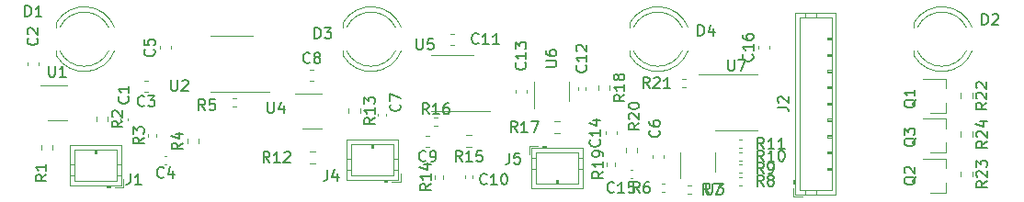
<source format=gbr>
G04 #@! TF.GenerationSoftware,KiCad,Pcbnew,(5.1.9)-1*
G04 #@! TF.CreationDate,2021-02-09T21:25:51+02:00*
G04 #@! TF.ProjectId,jantteri-secondary,6a616e74-7465-4726-992d-7365636f6e64,rev?*
G04 #@! TF.SameCoordinates,Original*
G04 #@! TF.FileFunction,Legend,Top*
G04 #@! TF.FilePolarity,Positive*
%FSLAX46Y46*%
G04 Gerber Fmt 4.6, Leading zero omitted, Abs format (unit mm)*
G04 Created by KiCad (PCBNEW (5.1.9)-1) date 2021-02-09 21:25:51*
%MOMM*%
%LPD*%
G01*
G04 APERTURE LIST*
%ADD10C,0.120000*%
%ADD11C,0.150000*%
G04 APERTURE END LIST*
D10*
X107041000Y-68644000D02*
X107041000Y-69109000D01*
X107041000Y-66019000D02*
X107041000Y-66484000D01*
X111855479Y-68644429D02*
G75*
G02*
X107346316Y-68644000I-2254479J1080429D01*
G01*
X111855479Y-66483571D02*
G75*
G03*
X107346316Y-66484000I-2254479J-1080429D01*
G01*
X112388815Y-68644827D02*
G75*
G02*
X107041000Y-69108830I-2787815J1080827D01*
G01*
X112388815Y-66483173D02*
G75*
G03*
X107041000Y-66019170I-2787815J-1080827D01*
G01*
X60812000Y-74850164D02*
X60812000Y-75065836D01*
X60092000Y-74850164D02*
X60092000Y-75065836D01*
X51560000Y-69990580D02*
X51560000Y-69709420D01*
X52580000Y-69990580D02*
X52580000Y-69709420D01*
X62611580Y-72392000D02*
X62330420Y-72392000D01*
X62611580Y-71372000D02*
X62330420Y-71372000D01*
X64369836Y-79100000D02*
X64154164Y-79100000D01*
X64369836Y-78380000D02*
X64154164Y-78380000D01*
X63752000Y-68479580D02*
X63752000Y-68198420D01*
X64772000Y-68479580D02*
X64772000Y-68198420D01*
X110111000Y-78499580D02*
X110111000Y-78218420D01*
X109091000Y-78499580D02*
X109091000Y-78218420D01*
X83841000Y-74441164D02*
X83841000Y-74656836D01*
X84561000Y-74441164D02*
X84561000Y-74656836D01*
X77851580Y-70356000D02*
X77570420Y-70356000D01*
X77851580Y-71376000D02*
X77570420Y-71376000D01*
X88532580Y-77472000D02*
X88251420Y-77472000D01*
X88532580Y-76452000D02*
X88251420Y-76452000D01*
X91842000Y-80128164D02*
X91842000Y-80343836D01*
X92562000Y-80128164D02*
X92562000Y-80343836D01*
X90537420Y-68074000D02*
X90818580Y-68074000D01*
X90537420Y-67054000D02*
X90818580Y-67054000D01*
X102256000Y-72028164D02*
X102256000Y-72243836D01*
X102976000Y-72028164D02*
X102976000Y-72243836D01*
X96518000Y-72262420D02*
X96518000Y-72543580D01*
X97538000Y-72262420D02*
X97538000Y-72543580D01*
X105793000Y-76353580D02*
X105793000Y-76072420D01*
X104773000Y-76353580D02*
X104773000Y-76072420D01*
X107295836Y-80370000D02*
X107080164Y-80370000D01*
X107295836Y-79650000D02*
X107080164Y-79650000D01*
X118870000Y-68466580D02*
X118870000Y-68185420D01*
X119890000Y-68466580D02*
X119890000Y-68185420D01*
X54209000Y-66019000D02*
X54209000Y-66484000D01*
X54209000Y-68644000D02*
X54209000Y-69109000D01*
X59556815Y-66483173D02*
G75*
G03*
X54209000Y-66019170I-2787815J-1080827D01*
G01*
X59556815Y-68644827D02*
G75*
G02*
X54209000Y-69108830I-2787815J1080827D01*
G01*
X59023479Y-66483571D02*
G75*
G03*
X54514316Y-66484000I-2254479J-1080429D01*
G01*
X59023479Y-68644429D02*
G75*
G02*
X54514316Y-68644000I-2254479J1080429D01*
G01*
X133203000Y-66019000D02*
X133203000Y-66484000D01*
X133203000Y-68644000D02*
X133203000Y-69109000D01*
X138550815Y-66483173D02*
G75*
G03*
X133203000Y-66019170I-2787815J-1080827D01*
G01*
X138550815Y-68644827D02*
G75*
G02*
X133203000Y-69108830I-2787815J1080827D01*
G01*
X138017479Y-66483571D02*
G75*
G03*
X133508316Y-66484000I-2254479J-1080429D01*
G01*
X138017479Y-68644429D02*
G75*
G02*
X133508316Y-68644000I-2254479J1080429D01*
G01*
X80625000Y-68644000D02*
X80625000Y-69109000D01*
X80625000Y-66019000D02*
X80625000Y-66484000D01*
X85439479Y-68644429D02*
G75*
G02*
X80930316Y-68644000I-2254479J1080429D01*
G01*
X85439479Y-66483571D02*
G75*
G03*
X80930316Y-66484000I-2254479J-1080429D01*
G01*
X85972815Y-68644827D02*
G75*
G02*
X80625000Y-69108830I-2787815J1080827D01*
G01*
X85972815Y-66483173D02*
G75*
G03*
X80625000Y-66019170I-2787815J-1080827D01*
G01*
X136142000Y-74351000D02*
X136142000Y-73421000D01*
X136142000Y-71191000D02*
X136142000Y-72121000D01*
X136142000Y-71191000D02*
X133982000Y-71191000D01*
X136142000Y-74351000D02*
X134682000Y-74351000D01*
X136142000Y-81717000D02*
X134682000Y-81717000D01*
X136142000Y-78557000D02*
X133982000Y-78557000D01*
X136142000Y-78557000D02*
X136142000Y-79487000D01*
X136142000Y-81717000D02*
X136142000Y-80787000D01*
X136142000Y-78034000D02*
X136142000Y-77104000D01*
X136142000Y-74874000D02*
X136142000Y-75804000D01*
X136142000Y-74874000D02*
X133982000Y-74874000D01*
X136142000Y-78034000D02*
X134682000Y-78034000D01*
X53862500Y-77295742D02*
X53862500Y-77770258D01*
X52817500Y-77295742D02*
X52817500Y-77770258D01*
X66279500Y-77199258D02*
X66279500Y-76724742D01*
X67324500Y-77199258D02*
X67324500Y-76724742D01*
X109955359Y-81660000D02*
X110262641Y-81660000D01*
X109955359Y-80900000D02*
X110262641Y-80900000D01*
X112370359Y-81787000D02*
X112677641Y-81787000D01*
X112370359Y-81027000D02*
X112677641Y-81027000D01*
X117067359Y-81025000D02*
X117374641Y-81025000D01*
X117067359Y-80265000D02*
X117374641Y-80265000D01*
X117374641Y-79882000D02*
X117067359Y-79882000D01*
X117374641Y-79122000D02*
X117067359Y-79122000D01*
X117067359Y-77979000D02*
X117374641Y-77979000D01*
X117067359Y-78739000D02*
X117374641Y-78739000D01*
X117374641Y-76836000D02*
X117067359Y-76836000D01*
X117374641Y-77596000D02*
X117067359Y-77596000D01*
X77549742Y-79008500D02*
X78024258Y-79008500D01*
X77549742Y-77963500D02*
X78024258Y-77963500D01*
X92439258Y-76439500D02*
X91964742Y-76439500D01*
X92439258Y-77484500D02*
X91964742Y-77484500D01*
X100567258Y-76214500D02*
X100092742Y-76214500D01*
X100567258Y-75169500D02*
X100092742Y-75169500D01*
X106665500Y-77549742D02*
X106665500Y-78024258D01*
X107710500Y-77549742D02*
X107710500Y-78024258D01*
X55172000Y-71862000D02*
X52722000Y-71862000D01*
X53372000Y-75082000D02*
X55172000Y-75082000D01*
X70358000Y-67290000D02*
X68408000Y-67290000D01*
X70358000Y-67290000D02*
X72308000Y-67290000D01*
X70358000Y-72410000D02*
X68408000Y-72410000D01*
X70358000Y-72410000D02*
X73808000Y-72410000D01*
X114894000Y-79767000D02*
X114894000Y-77967000D01*
X111674000Y-77967000D02*
X111674000Y-80417000D01*
X76824000Y-75778000D02*
X78624000Y-75778000D01*
X78624000Y-72558000D02*
X76174000Y-72558000D01*
X90678000Y-74188000D02*
X94128000Y-74188000D01*
X90678000Y-74188000D02*
X88728000Y-74188000D01*
X90678000Y-69068000D02*
X92628000Y-69068000D01*
X90678000Y-69068000D02*
X88728000Y-69068000D01*
X98212000Y-71490000D02*
X98212000Y-73940000D01*
X101432000Y-73290000D02*
X101432000Y-71490000D01*
X116840000Y-75966000D02*
X118790000Y-75966000D01*
X116840000Y-75966000D02*
X114890000Y-75966000D01*
X116840000Y-70846000D02*
X118790000Y-70846000D01*
X116840000Y-70846000D02*
X113390000Y-70846000D01*
X58942500Y-74692742D02*
X58942500Y-75167258D01*
X57897500Y-74692742D02*
X57897500Y-75167258D01*
X81138500Y-73930742D02*
X81138500Y-74405258D01*
X82183500Y-73930742D02*
X82183500Y-74405258D01*
X105170500Y-71795242D02*
X105170500Y-72269758D01*
X104125500Y-71795242D02*
X104125500Y-72269758D01*
X138571500Y-73008258D02*
X138571500Y-72533742D01*
X137526500Y-73008258D02*
X137526500Y-72533742D01*
X138571500Y-79772742D02*
X138571500Y-80247258D01*
X137526500Y-79772742D02*
X137526500Y-80247258D01*
X137526500Y-76089742D02*
X137526500Y-76564258D01*
X138571500Y-76089742D02*
X138571500Y-76564258D01*
X63372000Y-76605641D02*
X63372000Y-76298359D01*
X62612000Y-76605641D02*
X62612000Y-76298359D01*
X70458359Y-73026000D02*
X70765641Y-73026000D01*
X70458359Y-73786000D02*
X70765641Y-73786000D01*
X89788000Y-80419641D02*
X89788000Y-80112359D01*
X89028000Y-80419641D02*
X89028000Y-80112359D01*
X89002359Y-74804000D02*
X89309641Y-74804000D01*
X89002359Y-75564000D02*
X89309641Y-75564000D01*
X105663000Y-79274641D02*
X105663000Y-78967359D01*
X104903000Y-79274641D02*
X104903000Y-78967359D01*
X111860359Y-71248000D02*
X112167641Y-71248000D01*
X111860359Y-72008000D02*
X112167641Y-72008000D01*
X60357000Y-81239000D02*
X60357000Y-80439000D01*
X59557000Y-81239000D02*
X60357000Y-81239000D01*
X57797000Y-77719000D02*
X57797000Y-78119000D01*
X57697000Y-78119000D02*
X57697000Y-77719000D01*
X57897000Y-78119000D02*
X57697000Y-78119000D01*
X57897000Y-77719000D02*
X57897000Y-78119000D01*
X55437000Y-79129000D02*
X55837000Y-79129000D01*
X55437000Y-80129000D02*
X55837000Y-80129000D01*
X60157000Y-79129000D02*
X59757000Y-79129000D01*
X60157000Y-80129000D02*
X59757000Y-80129000D01*
X55837000Y-80639000D02*
X59757000Y-80639000D01*
X55837000Y-77719000D02*
X55837000Y-80639000D01*
X59757000Y-77719000D02*
X55837000Y-77719000D01*
X59757000Y-80639000D02*
X59757000Y-77719000D01*
X58847000Y-81139000D02*
X59147000Y-81139000D01*
X59147000Y-81239000D02*
X59147000Y-81039000D01*
X58847000Y-81239000D02*
X59147000Y-81239000D01*
X58847000Y-81039000D02*
X58847000Y-81239000D01*
X55437000Y-81039000D02*
X60157000Y-81039000D01*
X55437000Y-77319000D02*
X55437000Y-81039000D01*
X60157000Y-77319000D02*
X55437000Y-77319000D01*
X60157000Y-81039000D02*
X60157000Y-77319000D01*
X85884000Y-80731000D02*
X85884000Y-79931000D01*
X85084000Y-80731000D02*
X85884000Y-80731000D01*
X83324000Y-77211000D02*
X83324000Y-77611000D01*
X83224000Y-77611000D02*
X83224000Y-77211000D01*
X83424000Y-77611000D02*
X83224000Y-77611000D01*
X83424000Y-77211000D02*
X83424000Y-77611000D01*
X80964000Y-78621000D02*
X81364000Y-78621000D01*
X80964000Y-79621000D02*
X81364000Y-79621000D01*
X85684000Y-78621000D02*
X85284000Y-78621000D01*
X85684000Y-79621000D02*
X85284000Y-79621000D01*
X81364000Y-80131000D02*
X85284000Y-80131000D01*
X81364000Y-77211000D02*
X81364000Y-80131000D01*
X85284000Y-77211000D02*
X81364000Y-77211000D01*
X85284000Y-80131000D02*
X85284000Y-77211000D01*
X84374000Y-80631000D02*
X84674000Y-80631000D01*
X84674000Y-80731000D02*
X84674000Y-80531000D01*
X84374000Y-80731000D02*
X84674000Y-80731000D01*
X84374000Y-80531000D02*
X84374000Y-80731000D01*
X80964000Y-80531000D02*
X85684000Y-80531000D01*
X80964000Y-76811000D02*
X80964000Y-80531000D01*
X85684000Y-76811000D02*
X80964000Y-76811000D01*
X85684000Y-80531000D02*
X85684000Y-76811000D01*
X97958000Y-77584000D02*
X97958000Y-81304000D01*
X97958000Y-81304000D02*
X102678000Y-81304000D01*
X102678000Y-81304000D02*
X102678000Y-77584000D01*
X102678000Y-77584000D02*
X97958000Y-77584000D01*
X99268000Y-77584000D02*
X99268000Y-77384000D01*
X99268000Y-77384000D02*
X98968000Y-77384000D01*
X98968000Y-77384000D02*
X98968000Y-77584000D01*
X99268000Y-77484000D02*
X98968000Y-77484000D01*
X98358000Y-77984000D02*
X98358000Y-80904000D01*
X98358000Y-80904000D02*
X102278000Y-80904000D01*
X102278000Y-80904000D02*
X102278000Y-77984000D01*
X102278000Y-77984000D02*
X98358000Y-77984000D01*
X97958000Y-78494000D02*
X98358000Y-78494000D01*
X97958000Y-79494000D02*
X98358000Y-79494000D01*
X102678000Y-78494000D02*
X102278000Y-78494000D01*
X102678000Y-79494000D02*
X102278000Y-79494000D01*
X100218000Y-80904000D02*
X100218000Y-80504000D01*
X100218000Y-80504000D02*
X100418000Y-80504000D01*
X100418000Y-80504000D02*
X100418000Y-80904000D01*
X100318000Y-80904000D02*
X100318000Y-80504000D01*
X98558000Y-77384000D02*
X97758000Y-77384000D01*
X97758000Y-77384000D02*
X97758000Y-78184000D01*
X122088000Y-82074000D02*
X122888000Y-82074000D01*
X122088000Y-81274000D02*
X122088000Y-82074000D01*
X125608000Y-67514000D02*
X125208000Y-67514000D01*
X125208000Y-67414000D02*
X125608000Y-67414000D01*
X125208000Y-67614000D02*
X125208000Y-67414000D01*
X125608000Y-67614000D02*
X125208000Y-67614000D01*
X125608000Y-69014000D02*
X125208000Y-69014000D01*
X125208000Y-68914000D02*
X125608000Y-68914000D01*
X125208000Y-69114000D02*
X125208000Y-68914000D01*
X125608000Y-69114000D02*
X125208000Y-69114000D01*
X125608000Y-70514000D02*
X125208000Y-70514000D01*
X125208000Y-70414000D02*
X125608000Y-70414000D01*
X125208000Y-70614000D02*
X125208000Y-70414000D01*
X125608000Y-70614000D02*
X125208000Y-70614000D01*
X125608000Y-72014000D02*
X125208000Y-72014000D01*
X125208000Y-71914000D02*
X125608000Y-71914000D01*
X125208000Y-72114000D02*
X125208000Y-71914000D01*
X125608000Y-72114000D02*
X125208000Y-72114000D01*
X125608000Y-73514000D02*
X125208000Y-73514000D01*
X125208000Y-73414000D02*
X125608000Y-73414000D01*
X125208000Y-73614000D02*
X125208000Y-73414000D01*
X125608000Y-73614000D02*
X125208000Y-73614000D01*
X125608000Y-75014000D02*
X125208000Y-75014000D01*
X125208000Y-74914000D02*
X125608000Y-74914000D01*
X125208000Y-75114000D02*
X125208000Y-74914000D01*
X125608000Y-75114000D02*
X125208000Y-75114000D01*
X125608000Y-76514000D02*
X125208000Y-76514000D01*
X125208000Y-76414000D02*
X125608000Y-76414000D01*
X125208000Y-76614000D02*
X125208000Y-76414000D01*
X125608000Y-76614000D02*
X125208000Y-76614000D01*
X125608000Y-78014000D02*
X125208000Y-78014000D01*
X125208000Y-77914000D02*
X125608000Y-77914000D01*
X125208000Y-78114000D02*
X125208000Y-77914000D01*
X125608000Y-78114000D02*
X125208000Y-78114000D01*
X125608000Y-79514000D02*
X125208000Y-79514000D01*
X125208000Y-79414000D02*
X125608000Y-79414000D01*
X125208000Y-79614000D02*
X125208000Y-79414000D01*
X125608000Y-79614000D02*
X125208000Y-79614000D01*
X124198000Y-65154000D02*
X124198000Y-65554000D01*
X123198000Y-65154000D02*
X123198000Y-65554000D01*
X124198000Y-81874000D02*
X124198000Y-81474000D01*
X123198000Y-81874000D02*
X123198000Y-81474000D01*
X122688000Y-65554000D02*
X122688000Y-81474000D01*
X125608000Y-65554000D02*
X122688000Y-65554000D01*
X125608000Y-81474000D02*
X125608000Y-65554000D01*
X122688000Y-81474000D02*
X125608000Y-81474000D01*
X122188000Y-80564000D02*
X122188000Y-80864000D01*
X122088000Y-80864000D02*
X122288000Y-80864000D01*
X122088000Y-80564000D02*
X122088000Y-80864000D01*
X122288000Y-80564000D02*
X122088000Y-80564000D01*
X122288000Y-65154000D02*
X122288000Y-81874000D01*
X126008000Y-65154000D02*
X122288000Y-65154000D01*
X126008000Y-81874000D02*
X126008000Y-65154000D01*
X122288000Y-81874000D02*
X126008000Y-81874000D01*
D11*
X113307904Y-67254380D02*
X113307904Y-66254380D01*
X113546000Y-66254380D01*
X113688857Y-66302000D01*
X113784095Y-66397238D01*
X113831714Y-66492476D01*
X113879333Y-66682952D01*
X113879333Y-66825809D01*
X113831714Y-67016285D01*
X113784095Y-67111523D01*
X113688857Y-67206761D01*
X113546000Y-67254380D01*
X113307904Y-67254380D01*
X114736476Y-66587714D02*
X114736476Y-67254380D01*
X114498380Y-66206761D02*
X114260285Y-66921047D01*
X114879333Y-66921047D01*
X60809142Y-72866666D02*
X60856761Y-72914285D01*
X60904380Y-73057142D01*
X60904380Y-73152380D01*
X60856761Y-73295238D01*
X60761523Y-73390476D01*
X60666285Y-73438095D01*
X60475809Y-73485714D01*
X60332952Y-73485714D01*
X60142476Y-73438095D01*
X60047238Y-73390476D01*
X59952000Y-73295238D01*
X59904380Y-73152380D01*
X59904380Y-73057142D01*
X59952000Y-72914285D01*
X59999619Y-72866666D01*
X60904380Y-71914285D02*
X60904380Y-72485714D01*
X60904380Y-72200000D02*
X59904380Y-72200000D01*
X60047238Y-72295238D01*
X60142476Y-72390476D01*
X60190095Y-72485714D01*
X52427142Y-67476666D02*
X52474761Y-67524285D01*
X52522380Y-67667142D01*
X52522380Y-67762380D01*
X52474761Y-67905238D01*
X52379523Y-68000476D01*
X52284285Y-68048095D01*
X52093809Y-68095714D01*
X51950952Y-68095714D01*
X51760476Y-68048095D01*
X51665238Y-68000476D01*
X51570000Y-67905238D01*
X51522380Y-67762380D01*
X51522380Y-67667142D01*
X51570000Y-67524285D01*
X51617619Y-67476666D01*
X51617619Y-67095714D02*
X51570000Y-67048095D01*
X51522380Y-66952857D01*
X51522380Y-66714761D01*
X51570000Y-66619523D01*
X51617619Y-66571904D01*
X51712857Y-66524285D01*
X51808095Y-66524285D01*
X51950952Y-66571904D01*
X52522380Y-67143333D01*
X52522380Y-66524285D01*
X62304333Y-73669142D02*
X62256714Y-73716761D01*
X62113857Y-73764380D01*
X62018619Y-73764380D01*
X61875761Y-73716761D01*
X61780523Y-73621523D01*
X61732904Y-73526285D01*
X61685285Y-73335809D01*
X61685285Y-73192952D01*
X61732904Y-73002476D01*
X61780523Y-72907238D01*
X61875761Y-72812000D01*
X62018619Y-72764380D01*
X62113857Y-72764380D01*
X62256714Y-72812000D01*
X62304333Y-72859619D01*
X62637666Y-72764380D02*
X63256714Y-72764380D01*
X62923380Y-73145333D01*
X63066238Y-73145333D01*
X63161476Y-73192952D01*
X63209095Y-73240571D01*
X63256714Y-73335809D01*
X63256714Y-73573904D01*
X63209095Y-73669142D01*
X63161476Y-73716761D01*
X63066238Y-73764380D01*
X62780523Y-73764380D01*
X62685285Y-73716761D01*
X62637666Y-73669142D01*
X64095333Y-80257142D02*
X64047714Y-80304761D01*
X63904857Y-80352380D01*
X63809619Y-80352380D01*
X63666761Y-80304761D01*
X63571523Y-80209523D01*
X63523904Y-80114285D01*
X63476285Y-79923809D01*
X63476285Y-79780952D01*
X63523904Y-79590476D01*
X63571523Y-79495238D01*
X63666761Y-79400000D01*
X63809619Y-79352380D01*
X63904857Y-79352380D01*
X64047714Y-79400000D01*
X64095333Y-79447619D01*
X64952476Y-79685714D02*
X64952476Y-80352380D01*
X64714380Y-79304761D02*
X64476285Y-80019047D01*
X65095333Y-80019047D01*
X63189142Y-68505666D02*
X63236761Y-68553285D01*
X63284380Y-68696142D01*
X63284380Y-68791380D01*
X63236761Y-68934238D01*
X63141523Y-69029476D01*
X63046285Y-69077095D01*
X62855809Y-69124714D01*
X62712952Y-69124714D01*
X62522476Y-69077095D01*
X62427238Y-69029476D01*
X62332000Y-68934238D01*
X62284380Y-68791380D01*
X62284380Y-68696142D01*
X62332000Y-68553285D01*
X62379619Y-68505666D01*
X62284380Y-67600904D02*
X62284380Y-68077095D01*
X62760571Y-68124714D01*
X62712952Y-68077095D01*
X62665333Y-67981857D01*
X62665333Y-67743761D01*
X62712952Y-67648523D01*
X62760571Y-67600904D01*
X62855809Y-67553285D01*
X63093904Y-67553285D01*
X63189142Y-67600904D01*
X63236761Y-67648523D01*
X63284380Y-67743761D01*
X63284380Y-67981857D01*
X63236761Y-68077095D01*
X63189142Y-68124714D01*
X109704142Y-75985666D02*
X109751761Y-76033285D01*
X109799380Y-76176142D01*
X109799380Y-76271380D01*
X109751761Y-76414238D01*
X109656523Y-76509476D01*
X109561285Y-76557095D01*
X109370809Y-76604714D01*
X109227952Y-76604714D01*
X109037476Y-76557095D01*
X108942238Y-76509476D01*
X108847000Y-76414238D01*
X108799380Y-76271380D01*
X108799380Y-76176142D01*
X108847000Y-76033285D01*
X108894619Y-75985666D01*
X108799380Y-75128523D02*
X108799380Y-75319000D01*
X108847000Y-75414238D01*
X108894619Y-75461857D01*
X109037476Y-75557095D01*
X109227952Y-75604714D01*
X109608904Y-75604714D01*
X109704142Y-75557095D01*
X109751761Y-75509476D01*
X109799380Y-75414238D01*
X109799380Y-75223761D01*
X109751761Y-75128523D01*
X109704142Y-75080904D01*
X109608904Y-75033285D01*
X109370809Y-75033285D01*
X109275571Y-75080904D01*
X109227952Y-75128523D01*
X109180333Y-75223761D01*
X109180333Y-75414238D01*
X109227952Y-75509476D01*
X109275571Y-75557095D01*
X109370809Y-75604714D01*
X85828142Y-73572666D02*
X85875761Y-73620285D01*
X85923380Y-73763142D01*
X85923380Y-73858380D01*
X85875761Y-74001238D01*
X85780523Y-74096476D01*
X85685285Y-74144095D01*
X85494809Y-74191714D01*
X85351952Y-74191714D01*
X85161476Y-74144095D01*
X85066238Y-74096476D01*
X84971000Y-74001238D01*
X84923380Y-73858380D01*
X84923380Y-73763142D01*
X84971000Y-73620285D01*
X85018619Y-73572666D01*
X84923380Y-73239333D02*
X84923380Y-72572666D01*
X85923380Y-73001238D01*
X77544333Y-69699142D02*
X77496714Y-69746761D01*
X77353857Y-69794380D01*
X77258619Y-69794380D01*
X77115761Y-69746761D01*
X77020523Y-69651523D01*
X76972904Y-69556285D01*
X76925285Y-69365809D01*
X76925285Y-69222952D01*
X76972904Y-69032476D01*
X77020523Y-68937238D01*
X77115761Y-68842000D01*
X77258619Y-68794380D01*
X77353857Y-68794380D01*
X77496714Y-68842000D01*
X77544333Y-68889619D01*
X78115761Y-69222952D02*
X78020523Y-69175333D01*
X77972904Y-69127714D01*
X77925285Y-69032476D01*
X77925285Y-68984857D01*
X77972904Y-68889619D01*
X78020523Y-68842000D01*
X78115761Y-68794380D01*
X78306238Y-68794380D01*
X78401476Y-68842000D01*
X78449095Y-68889619D01*
X78496714Y-68984857D01*
X78496714Y-69032476D01*
X78449095Y-69127714D01*
X78401476Y-69175333D01*
X78306238Y-69222952D01*
X78115761Y-69222952D01*
X78020523Y-69270571D01*
X77972904Y-69318190D01*
X77925285Y-69413428D01*
X77925285Y-69603904D01*
X77972904Y-69699142D01*
X78020523Y-69746761D01*
X78115761Y-69794380D01*
X78306238Y-69794380D01*
X78401476Y-69746761D01*
X78449095Y-69699142D01*
X78496714Y-69603904D01*
X78496714Y-69413428D01*
X78449095Y-69318190D01*
X78401476Y-69270571D01*
X78306238Y-69222952D01*
X88225333Y-78749142D02*
X88177714Y-78796761D01*
X88034857Y-78844380D01*
X87939619Y-78844380D01*
X87796761Y-78796761D01*
X87701523Y-78701523D01*
X87653904Y-78606285D01*
X87606285Y-78415809D01*
X87606285Y-78272952D01*
X87653904Y-78082476D01*
X87701523Y-77987238D01*
X87796761Y-77892000D01*
X87939619Y-77844380D01*
X88034857Y-77844380D01*
X88177714Y-77892000D01*
X88225333Y-77939619D01*
X88701523Y-78844380D02*
X88892000Y-78844380D01*
X88987238Y-78796761D01*
X89034857Y-78749142D01*
X89130095Y-78606285D01*
X89177714Y-78415809D01*
X89177714Y-78034857D01*
X89130095Y-77939619D01*
X89082476Y-77892000D01*
X88987238Y-77844380D01*
X88796761Y-77844380D01*
X88701523Y-77892000D01*
X88653904Y-77939619D01*
X88606285Y-78034857D01*
X88606285Y-78272952D01*
X88653904Y-78368190D01*
X88701523Y-78415809D01*
X88796761Y-78463428D01*
X88987238Y-78463428D01*
X89082476Y-78415809D01*
X89130095Y-78368190D01*
X89177714Y-78272952D01*
X93845142Y-80875142D02*
X93797523Y-80922761D01*
X93654666Y-80970380D01*
X93559428Y-80970380D01*
X93416571Y-80922761D01*
X93321333Y-80827523D01*
X93273714Y-80732285D01*
X93226095Y-80541809D01*
X93226095Y-80398952D01*
X93273714Y-80208476D01*
X93321333Y-80113238D01*
X93416571Y-80018000D01*
X93559428Y-79970380D01*
X93654666Y-79970380D01*
X93797523Y-80018000D01*
X93845142Y-80065619D01*
X94797523Y-80970380D02*
X94226095Y-80970380D01*
X94511809Y-80970380D02*
X94511809Y-79970380D01*
X94416571Y-80113238D01*
X94321333Y-80208476D01*
X94226095Y-80256095D01*
X95416571Y-79970380D02*
X95511809Y-79970380D01*
X95607047Y-80018000D01*
X95654666Y-80065619D01*
X95702285Y-80160857D01*
X95749904Y-80351333D01*
X95749904Y-80589428D01*
X95702285Y-80779904D01*
X95654666Y-80875142D01*
X95607047Y-80922761D01*
X95511809Y-80970380D01*
X95416571Y-80970380D01*
X95321333Y-80922761D01*
X95273714Y-80875142D01*
X95226095Y-80779904D01*
X95178476Y-80589428D01*
X95178476Y-80351333D01*
X95226095Y-80160857D01*
X95273714Y-80065619D01*
X95321333Y-80018000D01*
X95416571Y-79970380D01*
X93083142Y-67921142D02*
X93035523Y-67968761D01*
X92892666Y-68016380D01*
X92797428Y-68016380D01*
X92654571Y-67968761D01*
X92559333Y-67873523D01*
X92511714Y-67778285D01*
X92464095Y-67587809D01*
X92464095Y-67444952D01*
X92511714Y-67254476D01*
X92559333Y-67159238D01*
X92654571Y-67064000D01*
X92797428Y-67016380D01*
X92892666Y-67016380D01*
X93035523Y-67064000D01*
X93083142Y-67111619D01*
X94035523Y-68016380D02*
X93464095Y-68016380D01*
X93749809Y-68016380D02*
X93749809Y-67016380D01*
X93654571Y-67159238D01*
X93559333Y-67254476D01*
X93464095Y-67302095D01*
X94987904Y-68016380D02*
X94416476Y-68016380D01*
X94702190Y-68016380D02*
X94702190Y-67016380D01*
X94606952Y-67159238D01*
X94511714Y-67254476D01*
X94416476Y-67302095D01*
X102973142Y-69984857D02*
X103020761Y-70032476D01*
X103068380Y-70175333D01*
X103068380Y-70270571D01*
X103020761Y-70413428D01*
X102925523Y-70508666D01*
X102830285Y-70556285D01*
X102639809Y-70603904D01*
X102496952Y-70603904D01*
X102306476Y-70556285D01*
X102211238Y-70508666D01*
X102116000Y-70413428D01*
X102068380Y-70270571D01*
X102068380Y-70175333D01*
X102116000Y-70032476D01*
X102163619Y-69984857D01*
X103068380Y-69032476D02*
X103068380Y-69603904D01*
X103068380Y-69318190D02*
X102068380Y-69318190D01*
X102211238Y-69413428D01*
X102306476Y-69508666D01*
X102354095Y-69603904D01*
X102163619Y-68651523D02*
X102116000Y-68603904D01*
X102068380Y-68508666D01*
X102068380Y-68270571D01*
X102116000Y-68175333D01*
X102163619Y-68127714D01*
X102258857Y-68080095D01*
X102354095Y-68080095D01*
X102496952Y-68127714D01*
X103068380Y-68699142D01*
X103068380Y-68080095D01*
X97385142Y-69743857D02*
X97432761Y-69791476D01*
X97480380Y-69934333D01*
X97480380Y-70029571D01*
X97432761Y-70172428D01*
X97337523Y-70267666D01*
X97242285Y-70315285D01*
X97051809Y-70362904D01*
X96908952Y-70362904D01*
X96718476Y-70315285D01*
X96623238Y-70267666D01*
X96528000Y-70172428D01*
X96480380Y-70029571D01*
X96480380Y-69934333D01*
X96528000Y-69791476D01*
X96575619Y-69743857D01*
X97480380Y-68791476D02*
X97480380Y-69362904D01*
X97480380Y-69077190D02*
X96480380Y-69077190D01*
X96623238Y-69172428D01*
X96718476Y-69267666D01*
X96766095Y-69362904D01*
X96480380Y-68458142D02*
X96480380Y-67839095D01*
X96861333Y-68172428D01*
X96861333Y-68029571D01*
X96908952Y-67934333D01*
X96956571Y-67886714D01*
X97051809Y-67839095D01*
X97289904Y-67839095D01*
X97385142Y-67886714D01*
X97432761Y-67934333D01*
X97480380Y-68029571D01*
X97480380Y-68315285D01*
X97432761Y-68410523D01*
X97385142Y-68458142D01*
X104210142Y-76855857D02*
X104257761Y-76903476D01*
X104305380Y-77046333D01*
X104305380Y-77141571D01*
X104257761Y-77284428D01*
X104162523Y-77379666D01*
X104067285Y-77427285D01*
X103876809Y-77474904D01*
X103733952Y-77474904D01*
X103543476Y-77427285D01*
X103448238Y-77379666D01*
X103353000Y-77284428D01*
X103305380Y-77141571D01*
X103305380Y-77046333D01*
X103353000Y-76903476D01*
X103400619Y-76855857D01*
X104305380Y-75903476D02*
X104305380Y-76474904D01*
X104305380Y-76189190D02*
X103305380Y-76189190D01*
X103448238Y-76284428D01*
X103543476Y-76379666D01*
X103591095Y-76474904D01*
X103638714Y-75046333D02*
X104305380Y-75046333D01*
X103257761Y-75284428D02*
X103972047Y-75522523D01*
X103972047Y-74903476D01*
X105557142Y-81637142D02*
X105509523Y-81684761D01*
X105366666Y-81732380D01*
X105271428Y-81732380D01*
X105128571Y-81684761D01*
X105033333Y-81589523D01*
X104985714Y-81494285D01*
X104938095Y-81303809D01*
X104938095Y-81160952D01*
X104985714Y-80970476D01*
X105033333Y-80875238D01*
X105128571Y-80780000D01*
X105271428Y-80732380D01*
X105366666Y-80732380D01*
X105509523Y-80780000D01*
X105557142Y-80827619D01*
X106509523Y-81732380D02*
X105938095Y-81732380D01*
X106223809Y-81732380D02*
X106223809Y-80732380D01*
X106128571Y-80875238D01*
X106033333Y-80970476D01*
X105938095Y-81018095D01*
X107414285Y-80732380D02*
X106938095Y-80732380D01*
X106890476Y-81208571D01*
X106938095Y-81160952D01*
X107033333Y-81113333D01*
X107271428Y-81113333D01*
X107366666Y-81160952D01*
X107414285Y-81208571D01*
X107461904Y-81303809D01*
X107461904Y-81541904D01*
X107414285Y-81637142D01*
X107366666Y-81684761D01*
X107271428Y-81732380D01*
X107033333Y-81732380D01*
X106938095Y-81684761D01*
X106890476Y-81637142D01*
X118307142Y-68968857D02*
X118354761Y-69016476D01*
X118402380Y-69159333D01*
X118402380Y-69254571D01*
X118354761Y-69397428D01*
X118259523Y-69492666D01*
X118164285Y-69540285D01*
X117973809Y-69587904D01*
X117830952Y-69587904D01*
X117640476Y-69540285D01*
X117545238Y-69492666D01*
X117450000Y-69397428D01*
X117402380Y-69254571D01*
X117402380Y-69159333D01*
X117450000Y-69016476D01*
X117497619Y-68968857D01*
X118402380Y-68016476D02*
X118402380Y-68587904D01*
X118402380Y-68302190D02*
X117402380Y-68302190D01*
X117545238Y-68397428D01*
X117640476Y-68492666D01*
X117688095Y-68587904D01*
X117402380Y-67159333D02*
X117402380Y-67349809D01*
X117450000Y-67445047D01*
X117497619Y-67492666D01*
X117640476Y-67587904D01*
X117830952Y-67635523D01*
X118211904Y-67635523D01*
X118307142Y-67587904D01*
X118354761Y-67540285D01*
X118402380Y-67445047D01*
X118402380Y-67254571D01*
X118354761Y-67159333D01*
X118307142Y-67111714D01*
X118211904Y-67064095D01*
X117973809Y-67064095D01*
X117878571Y-67111714D01*
X117830952Y-67159333D01*
X117783333Y-67254571D01*
X117783333Y-67445047D01*
X117830952Y-67540285D01*
X117878571Y-67587904D01*
X117973809Y-67635523D01*
X51331904Y-65476380D02*
X51331904Y-64476380D01*
X51570000Y-64476380D01*
X51712857Y-64524000D01*
X51808095Y-64619238D01*
X51855714Y-64714476D01*
X51903333Y-64904952D01*
X51903333Y-65047809D01*
X51855714Y-65238285D01*
X51808095Y-65333523D01*
X51712857Y-65428761D01*
X51570000Y-65476380D01*
X51331904Y-65476380D01*
X52855714Y-65476380D02*
X52284285Y-65476380D01*
X52570000Y-65476380D02*
X52570000Y-64476380D01*
X52474761Y-64619238D01*
X52379523Y-64714476D01*
X52284285Y-64762095D01*
X139469904Y-66238380D02*
X139469904Y-65238380D01*
X139708000Y-65238380D01*
X139850857Y-65286000D01*
X139946095Y-65381238D01*
X139993714Y-65476476D01*
X140041333Y-65666952D01*
X140041333Y-65809809D01*
X139993714Y-66000285D01*
X139946095Y-66095523D01*
X139850857Y-66190761D01*
X139708000Y-66238380D01*
X139469904Y-66238380D01*
X140422285Y-65333619D02*
X140469904Y-65286000D01*
X140565142Y-65238380D01*
X140803238Y-65238380D01*
X140898476Y-65286000D01*
X140946095Y-65333619D01*
X140993714Y-65428857D01*
X140993714Y-65524095D01*
X140946095Y-65666952D01*
X140374666Y-66238380D01*
X140993714Y-66238380D01*
X78001904Y-67508380D02*
X78001904Y-66508380D01*
X78240000Y-66508380D01*
X78382857Y-66556000D01*
X78478095Y-66651238D01*
X78525714Y-66746476D01*
X78573333Y-66936952D01*
X78573333Y-67079809D01*
X78525714Y-67270285D01*
X78478095Y-67365523D01*
X78382857Y-67460761D01*
X78240000Y-67508380D01*
X78001904Y-67508380D01*
X78906666Y-66508380D02*
X79525714Y-66508380D01*
X79192380Y-66889333D01*
X79335238Y-66889333D01*
X79430476Y-66936952D01*
X79478095Y-66984571D01*
X79525714Y-67079809D01*
X79525714Y-67317904D01*
X79478095Y-67413142D01*
X79430476Y-67460761D01*
X79335238Y-67508380D01*
X79049523Y-67508380D01*
X78954285Y-67460761D01*
X78906666Y-67413142D01*
X133389619Y-73120238D02*
X133342000Y-73215476D01*
X133246761Y-73310714D01*
X133103904Y-73453571D01*
X133056285Y-73548809D01*
X133056285Y-73644047D01*
X133294380Y-73596428D02*
X133246761Y-73691666D01*
X133151523Y-73786904D01*
X132961047Y-73834523D01*
X132627714Y-73834523D01*
X132437238Y-73786904D01*
X132342000Y-73691666D01*
X132294380Y-73596428D01*
X132294380Y-73405952D01*
X132342000Y-73310714D01*
X132437238Y-73215476D01*
X132627714Y-73167857D01*
X132961047Y-73167857D01*
X133151523Y-73215476D01*
X133246761Y-73310714D01*
X133294380Y-73405952D01*
X133294380Y-73596428D01*
X133294380Y-72215476D02*
X133294380Y-72786904D01*
X133294380Y-72501190D02*
X132294380Y-72501190D01*
X132437238Y-72596428D01*
X132532476Y-72691666D01*
X132580095Y-72786904D01*
X133389619Y-80232238D02*
X133342000Y-80327476D01*
X133246761Y-80422714D01*
X133103904Y-80565571D01*
X133056285Y-80660809D01*
X133056285Y-80756047D01*
X133294380Y-80708428D02*
X133246761Y-80803666D01*
X133151523Y-80898904D01*
X132961047Y-80946523D01*
X132627714Y-80946523D01*
X132437238Y-80898904D01*
X132342000Y-80803666D01*
X132294380Y-80708428D01*
X132294380Y-80517952D01*
X132342000Y-80422714D01*
X132437238Y-80327476D01*
X132627714Y-80279857D01*
X132961047Y-80279857D01*
X133151523Y-80327476D01*
X133246761Y-80422714D01*
X133294380Y-80517952D01*
X133294380Y-80708428D01*
X132389619Y-79898904D02*
X132342000Y-79851285D01*
X132294380Y-79756047D01*
X132294380Y-79517952D01*
X132342000Y-79422714D01*
X132389619Y-79375095D01*
X132484857Y-79327476D01*
X132580095Y-79327476D01*
X132722952Y-79375095D01*
X133294380Y-79946523D01*
X133294380Y-79327476D01*
X133389619Y-76676238D02*
X133342000Y-76771476D01*
X133246761Y-76866714D01*
X133103904Y-77009571D01*
X133056285Y-77104809D01*
X133056285Y-77200047D01*
X133294380Y-77152428D02*
X133246761Y-77247666D01*
X133151523Y-77342904D01*
X132961047Y-77390523D01*
X132627714Y-77390523D01*
X132437238Y-77342904D01*
X132342000Y-77247666D01*
X132294380Y-77152428D01*
X132294380Y-76961952D01*
X132342000Y-76866714D01*
X132437238Y-76771476D01*
X132627714Y-76723857D01*
X132961047Y-76723857D01*
X133151523Y-76771476D01*
X133246761Y-76866714D01*
X133294380Y-76961952D01*
X133294380Y-77152428D01*
X132294380Y-76390523D02*
X132294380Y-75771476D01*
X132675333Y-76104809D01*
X132675333Y-75961952D01*
X132722952Y-75866714D01*
X132770571Y-75819095D01*
X132865809Y-75771476D01*
X133103904Y-75771476D01*
X133199142Y-75819095D01*
X133246761Y-75866714D01*
X133294380Y-75961952D01*
X133294380Y-76247666D01*
X133246761Y-76342904D01*
X133199142Y-76390523D01*
X53284380Y-80048666D02*
X52808190Y-80382000D01*
X53284380Y-80620095D02*
X52284380Y-80620095D01*
X52284380Y-80239142D01*
X52332000Y-80143904D01*
X52379619Y-80096285D01*
X52474857Y-80048666D01*
X52617714Y-80048666D01*
X52712952Y-80096285D01*
X52760571Y-80143904D01*
X52808190Y-80239142D01*
X52808190Y-80620095D01*
X53284380Y-79096285D02*
X53284380Y-79667714D01*
X53284380Y-79382000D02*
X52284380Y-79382000D01*
X52427238Y-79477238D01*
X52522476Y-79572476D01*
X52570095Y-79667714D01*
X65824380Y-77128666D02*
X65348190Y-77462000D01*
X65824380Y-77700095D02*
X64824380Y-77700095D01*
X64824380Y-77319142D01*
X64872000Y-77223904D01*
X64919619Y-77176285D01*
X65014857Y-77128666D01*
X65157714Y-77128666D01*
X65252952Y-77176285D01*
X65300571Y-77223904D01*
X65348190Y-77319142D01*
X65348190Y-77700095D01*
X65157714Y-76271523D02*
X65824380Y-76271523D01*
X64776761Y-76509619D02*
X65491047Y-76747714D01*
X65491047Y-76128666D01*
X107910333Y-81732380D02*
X107577000Y-81256190D01*
X107338904Y-81732380D02*
X107338904Y-80732380D01*
X107719857Y-80732380D01*
X107815095Y-80780000D01*
X107862714Y-80827619D01*
X107910333Y-80922857D01*
X107910333Y-81065714D01*
X107862714Y-81160952D01*
X107815095Y-81208571D01*
X107719857Y-81256190D01*
X107338904Y-81256190D01*
X108767476Y-80732380D02*
X108577000Y-80732380D01*
X108481761Y-80780000D01*
X108434142Y-80827619D01*
X108338904Y-80970476D01*
X108291285Y-81160952D01*
X108291285Y-81541904D01*
X108338904Y-81637142D01*
X108386523Y-81684761D01*
X108481761Y-81732380D01*
X108672238Y-81732380D01*
X108767476Y-81684761D01*
X108815095Y-81637142D01*
X108862714Y-81541904D01*
X108862714Y-81303809D01*
X108815095Y-81208571D01*
X108767476Y-81160952D01*
X108672238Y-81113333D01*
X108481761Y-81113333D01*
X108386523Y-81160952D01*
X108338904Y-81208571D01*
X108291285Y-81303809D01*
X114389333Y-81859380D02*
X114056000Y-81383190D01*
X113817904Y-81859380D02*
X113817904Y-80859380D01*
X114198857Y-80859380D01*
X114294095Y-80907000D01*
X114341714Y-80954619D01*
X114389333Y-81049857D01*
X114389333Y-81192714D01*
X114341714Y-81287952D01*
X114294095Y-81335571D01*
X114198857Y-81383190D01*
X113817904Y-81383190D01*
X114722666Y-80859380D02*
X115389333Y-80859380D01*
X114960761Y-81859380D01*
X119340333Y-81097380D02*
X119007000Y-80621190D01*
X118768904Y-81097380D02*
X118768904Y-80097380D01*
X119149857Y-80097380D01*
X119245095Y-80145000D01*
X119292714Y-80192619D01*
X119340333Y-80287857D01*
X119340333Y-80430714D01*
X119292714Y-80525952D01*
X119245095Y-80573571D01*
X119149857Y-80621190D01*
X118768904Y-80621190D01*
X119911761Y-80525952D02*
X119816523Y-80478333D01*
X119768904Y-80430714D01*
X119721285Y-80335476D01*
X119721285Y-80287857D01*
X119768904Y-80192619D01*
X119816523Y-80145000D01*
X119911761Y-80097380D01*
X120102238Y-80097380D01*
X120197476Y-80145000D01*
X120245095Y-80192619D01*
X120292714Y-80287857D01*
X120292714Y-80335476D01*
X120245095Y-80430714D01*
X120197476Y-80478333D01*
X120102238Y-80525952D01*
X119911761Y-80525952D01*
X119816523Y-80573571D01*
X119768904Y-80621190D01*
X119721285Y-80716428D01*
X119721285Y-80906904D01*
X119768904Y-81002142D01*
X119816523Y-81049761D01*
X119911761Y-81097380D01*
X120102238Y-81097380D01*
X120197476Y-81049761D01*
X120245095Y-81002142D01*
X120292714Y-80906904D01*
X120292714Y-80716428D01*
X120245095Y-80621190D01*
X120197476Y-80573571D01*
X120102238Y-80525952D01*
X119340333Y-79954380D02*
X119007000Y-79478190D01*
X118768904Y-79954380D02*
X118768904Y-78954380D01*
X119149857Y-78954380D01*
X119245095Y-79002000D01*
X119292714Y-79049619D01*
X119340333Y-79144857D01*
X119340333Y-79287714D01*
X119292714Y-79382952D01*
X119245095Y-79430571D01*
X119149857Y-79478190D01*
X118768904Y-79478190D01*
X119816523Y-79954380D02*
X120007000Y-79954380D01*
X120102238Y-79906761D01*
X120149857Y-79859142D01*
X120245095Y-79716285D01*
X120292714Y-79525809D01*
X120292714Y-79144857D01*
X120245095Y-79049619D01*
X120197476Y-79002000D01*
X120102238Y-78954380D01*
X119911761Y-78954380D01*
X119816523Y-79002000D01*
X119768904Y-79049619D01*
X119721285Y-79144857D01*
X119721285Y-79382952D01*
X119768904Y-79478190D01*
X119816523Y-79525809D01*
X119911761Y-79573428D01*
X120102238Y-79573428D01*
X120197476Y-79525809D01*
X120245095Y-79478190D01*
X120292714Y-79382952D01*
X119372142Y-78811380D02*
X119038809Y-78335190D01*
X118800714Y-78811380D02*
X118800714Y-77811380D01*
X119181666Y-77811380D01*
X119276904Y-77859000D01*
X119324523Y-77906619D01*
X119372142Y-78001857D01*
X119372142Y-78144714D01*
X119324523Y-78239952D01*
X119276904Y-78287571D01*
X119181666Y-78335190D01*
X118800714Y-78335190D01*
X120324523Y-78811380D02*
X119753095Y-78811380D01*
X120038809Y-78811380D02*
X120038809Y-77811380D01*
X119943571Y-77954238D01*
X119848333Y-78049476D01*
X119753095Y-78097095D01*
X120943571Y-77811380D02*
X121038809Y-77811380D01*
X121134047Y-77859000D01*
X121181666Y-77906619D01*
X121229285Y-78001857D01*
X121276904Y-78192333D01*
X121276904Y-78430428D01*
X121229285Y-78620904D01*
X121181666Y-78716142D01*
X121134047Y-78763761D01*
X121038809Y-78811380D01*
X120943571Y-78811380D01*
X120848333Y-78763761D01*
X120800714Y-78716142D01*
X120753095Y-78620904D01*
X120705476Y-78430428D01*
X120705476Y-78192333D01*
X120753095Y-78001857D01*
X120800714Y-77906619D01*
X120848333Y-77859000D01*
X120943571Y-77811380D01*
X119372142Y-77668380D02*
X119038809Y-77192190D01*
X118800714Y-77668380D02*
X118800714Y-76668380D01*
X119181666Y-76668380D01*
X119276904Y-76716000D01*
X119324523Y-76763619D01*
X119372142Y-76858857D01*
X119372142Y-77001714D01*
X119324523Y-77096952D01*
X119276904Y-77144571D01*
X119181666Y-77192190D01*
X118800714Y-77192190D01*
X120324523Y-77668380D02*
X119753095Y-77668380D01*
X120038809Y-77668380D02*
X120038809Y-76668380D01*
X119943571Y-76811238D01*
X119848333Y-76906476D01*
X119753095Y-76954095D01*
X121276904Y-77668380D02*
X120705476Y-77668380D01*
X120991190Y-77668380D02*
X120991190Y-76668380D01*
X120895952Y-76811238D01*
X120800714Y-76906476D01*
X120705476Y-76954095D01*
X73842142Y-78938380D02*
X73508809Y-78462190D01*
X73270714Y-78938380D02*
X73270714Y-77938380D01*
X73651666Y-77938380D01*
X73746904Y-77986000D01*
X73794523Y-78033619D01*
X73842142Y-78128857D01*
X73842142Y-78271714D01*
X73794523Y-78366952D01*
X73746904Y-78414571D01*
X73651666Y-78462190D01*
X73270714Y-78462190D01*
X74794523Y-78938380D02*
X74223095Y-78938380D01*
X74508809Y-78938380D02*
X74508809Y-77938380D01*
X74413571Y-78081238D01*
X74318333Y-78176476D01*
X74223095Y-78224095D01*
X75175476Y-78033619D02*
X75223095Y-77986000D01*
X75318333Y-77938380D01*
X75556428Y-77938380D01*
X75651666Y-77986000D01*
X75699285Y-78033619D01*
X75746904Y-78128857D01*
X75746904Y-78224095D01*
X75699285Y-78366952D01*
X75127857Y-78938380D01*
X75746904Y-78938380D01*
X91559142Y-78844380D02*
X91225809Y-78368190D01*
X90987714Y-78844380D02*
X90987714Y-77844380D01*
X91368666Y-77844380D01*
X91463904Y-77892000D01*
X91511523Y-77939619D01*
X91559142Y-78034857D01*
X91559142Y-78177714D01*
X91511523Y-78272952D01*
X91463904Y-78320571D01*
X91368666Y-78368190D01*
X90987714Y-78368190D01*
X92511523Y-78844380D02*
X91940095Y-78844380D01*
X92225809Y-78844380D02*
X92225809Y-77844380D01*
X92130571Y-77987238D01*
X92035333Y-78082476D01*
X91940095Y-78130095D01*
X93416285Y-77844380D02*
X92940095Y-77844380D01*
X92892476Y-78320571D01*
X92940095Y-78272952D01*
X93035333Y-78225333D01*
X93273428Y-78225333D01*
X93368666Y-78272952D01*
X93416285Y-78320571D01*
X93463904Y-78415809D01*
X93463904Y-78653904D01*
X93416285Y-78749142D01*
X93368666Y-78796761D01*
X93273428Y-78844380D01*
X93035333Y-78844380D01*
X92940095Y-78796761D01*
X92892476Y-78749142D01*
X96639142Y-76144380D02*
X96305809Y-75668190D01*
X96067714Y-76144380D02*
X96067714Y-75144380D01*
X96448666Y-75144380D01*
X96543904Y-75192000D01*
X96591523Y-75239619D01*
X96639142Y-75334857D01*
X96639142Y-75477714D01*
X96591523Y-75572952D01*
X96543904Y-75620571D01*
X96448666Y-75668190D01*
X96067714Y-75668190D01*
X97591523Y-76144380D02*
X97020095Y-76144380D01*
X97305809Y-76144380D02*
X97305809Y-75144380D01*
X97210571Y-75287238D01*
X97115333Y-75382476D01*
X97020095Y-75430095D01*
X97924857Y-75144380D02*
X98591523Y-75144380D01*
X98162952Y-76144380D01*
X107894380Y-75318857D02*
X107418190Y-75652190D01*
X107894380Y-75890285D02*
X106894380Y-75890285D01*
X106894380Y-75509333D01*
X106942000Y-75414095D01*
X106989619Y-75366476D01*
X107084857Y-75318857D01*
X107227714Y-75318857D01*
X107322952Y-75366476D01*
X107370571Y-75414095D01*
X107418190Y-75509333D01*
X107418190Y-75890285D01*
X106989619Y-74937904D02*
X106942000Y-74890285D01*
X106894380Y-74795047D01*
X106894380Y-74556952D01*
X106942000Y-74461714D01*
X106989619Y-74414095D01*
X107084857Y-74366476D01*
X107180095Y-74366476D01*
X107322952Y-74414095D01*
X107894380Y-74985523D01*
X107894380Y-74366476D01*
X106894380Y-73747428D02*
X106894380Y-73652190D01*
X106942000Y-73556952D01*
X106989619Y-73509333D01*
X107084857Y-73461714D01*
X107275333Y-73414095D01*
X107513428Y-73414095D01*
X107703904Y-73461714D01*
X107799142Y-73509333D01*
X107846761Y-73556952D01*
X107894380Y-73652190D01*
X107894380Y-73747428D01*
X107846761Y-73842666D01*
X107799142Y-73890285D01*
X107703904Y-73937904D01*
X107513428Y-73985523D01*
X107275333Y-73985523D01*
X107084857Y-73937904D01*
X106989619Y-73890285D01*
X106942000Y-73842666D01*
X106894380Y-73747428D01*
X53510095Y-70024380D02*
X53510095Y-70833904D01*
X53557714Y-70929142D01*
X53605333Y-70976761D01*
X53700571Y-71024380D01*
X53891047Y-71024380D01*
X53986285Y-70976761D01*
X54033904Y-70929142D01*
X54081523Y-70833904D01*
X54081523Y-70024380D01*
X55081523Y-71024380D02*
X54510095Y-71024380D01*
X54795809Y-71024380D02*
X54795809Y-70024380D01*
X54700571Y-70167238D01*
X54605333Y-70262476D01*
X54510095Y-70310095D01*
X64770095Y-71334380D02*
X64770095Y-72143904D01*
X64817714Y-72239142D01*
X64865333Y-72286761D01*
X64960571Y-72334380D01*
X65151047Y-72334380D01*
X65246285Y-72286761D01*
X65293904Y-72239142D01*
X65341523Y-72143904D01*
X65341523Y-71334380D01*
X65770095Y-71429619D02*
X65817714Y-71382000D01*
X65912952Y-71334380D01*
X66151047Y-71334380D01*
X66246285Y-71382000D01*
X66293904Y-71429619D01*
X66341523Y-71524857D01*
X66341523Y-71620095D01*
X66293904Y-71762952D01*
X65722476Y-72334380D01*
X66341523Y-72334380D01*
X114046095Y-80859380D02*
X114046095Y-81668904D01*
X114093714Y-81764142D01*
X114141333Y-81811761D01*
X114236571Y-81859380D01*
X114427047Y-81859380D01*
X114522285Y-81811761D01*
X114569904Y-81764142D01*
X114617523Y-81668904D01*
X114617523Y-80859380D01*
X114998476Y-80859380D02*
X115617523Y-80859380D01*
X115284190Y-81240333D01*
X115427047Y-81240333D01*
X115522285Y-81287952D01*
X115569904Y-81335571D01*
X115617523Y-81430809D01*
X115617523Y-81668904D01*
X115569904Y-81764142D01*
X115522285Y-81811761D01*
X115427047Y-81859380D01*
X115141333Y-81859380D01*
X115046095Y-81811761D01*
X114998476Y-81764142D01*
X73660095Y-73366380D02*
X73660095Y-74175904D01*
X73707714Y-74271142D01*
X73755333Y-74318761D01*
X73850571Y-74366380D01*
X74041047Y-74366380D01*
X74136285Y-74318761D01*
X74183904Y-74271142D01*
X74231523Y-74175904D01*
X74231523Y-73366380D01*
X75136285Y-73699714D02*
X75136285Y-74366380D01*
X74898190Y-73318761D02*
X74660095Y-74033047D01*
X75279142Y-74033047D01*
X87376095Y-67524380D02*
X87376095Y-68333904D01*
X87423714Y-68429142D01*
X87471333Y-68476761D01*
X87566571Y-68524380D01*
X87757047Y-68524380D01*
X87852285Y-68476761D01*
X87899904Y-68429142D01*
X87947523Y-68333904D01*
X87947523Y-67524380D01*
X88899904Y-67524380D02*
X88423714Y-67524380D01*
X88376095Y-68000571D01*
X88423714Y-67952952D01*
X88518952Y-67905333D01*
X88757047Y-67905333D01*
X88852285Y-67952952D01*
X88899904Y-68000571D01*
X88947523Y-68095809D01*
X88947523Y-68333904D01*
X88899904Y-68429142D01*
X88852285Y-68476761D01*
X88757047Y-68524380D01*
X88518952Y-68524380D01*
X88423714Y-68476761D01*
X88376095Y-68429142D01*
X99274380Y-70103904D02*
X100083904Y-70103904D01*
X100179142Y-70056285D01*
X100226761Y-70008666D01*
X100274380Y-69913428D01*
X100274380Y-69722952D01*
X100226761Y-69627714D01*
X100179142Y-69580095D01*
X100083904Y-69532476D01*
X99274380Y-69532476D01*
X99274380Y-68627714D02*
X99274380Y-68818190D01*
X99322000Y-68913428D01*
X99369619Y-68961047D01*
X99512476Y-69056285D01*
X99702952Y-69103904D01*
X100083904Y-69103904D01*
X100179142Y-69056285D01*
X100226761Y-69008666D01*
X100274380Y-68913428D01*
X100274380Y-68722952D01*
X100226761Y-68627714D01*
X100179142Y-68580095D01*
X100083904Y-68532476D01*
X99845809Y-68532476D01*
X99750571Y-68580095D01*
X99702952Y-68627714D01*
X99655333Y-68722952D01*
X99655333Y-68913428D01*
X99702952Y-69008666D01*
X99750571Y-69056285D01*
X99845809Y-69103904D01*
X116078095Y-69458380D02*
X116078095Y-70267904D01*
X116125714Y-70363142D01*
X116173333Y-70410761D01*
X116268571Y-70458380D01*
X116459047Y-70458380D01*
X116554285Y-70410761D01*
X116601904Y-70363142D01*
X116649523Y-70267904D01*
X116649523Y-69458380D01*
X117030476Y-69458380D02*
X117697142Y-69458380D01*
X117268571Y-70458380D01*
X60302380Y-75096666D02*
X59826190Y-75430000D01*
X60302380Y-75668095D02*
X59302380Y-75668095D01*
X59302380Y-75287142D01*
X59350000Y-75191904D01*
X59397619Y-75144285D01*
X59492857Y-75096666D01*
X59635714Y-75096666D01*
X59730952Y-75144285D01*
X59778571Y-75191904D01*
X59826190Y-75287142D01*
X59826190Y-75668095D01*
X59397619Y-74715714D02*
X59350000Y-74668095D01*
X59302380Y-74572857D01*
X59302380Y-74334761D01*
X59350000Y-74239523D01*
X59397619Y-74191904D01*
X59492857Y-74144285D01*
X59588095Y-74144285D01*
X59730952Y-74191904D01*
X60302380Y-74763333D01*
X60302380Y-74144285D01*
X83543380Y-74810857D02*
X83067190Y-75144190D01*
X83543380Y-75382285D02*
X82543380Y-75382285D01*
X82543380Y-75001333D01*
X82591000Y-74906095D01*
X82638619Y-74858476D01*
X82733857Y-74810857D01*
X82876714Y-74810857D01*
X82971952Y-74858476D01*
X83019571Y-74906095D01*
X83067190Y-75001333D01*
X83067190Y-75382285D01*
X83543380Y-73858476D02*
X83543380Y-74429904D01*
X83543380Y-74144190D02*
X82543380Y-74144190D01*
X82686238Y-74239428D01*
X82781476Y-74334666D01*
X82829095Y-74429904D01*
X82543380Y-73525142D02*
X82543380Y-72906095D01*
X82924333Y-73239428D01*
X82924333Y-73096571D01*
X82971952Y-73001333D01*
X83019571Y-72953714D01*
X83114809Y-72906095D01*
X83352904Y-72906095D01*
X83448142Y-72953714D01*
X83495761Y-73001333D01*
X83543380Y-73096571D01*
X83543380Y-73382285D01*
X83495761Y-73477523D01*
X83448142Y-73525142D01*
X106530380Y-72675357D02*
X106054190Y-73008690D01*
X106530380Y-73246785D02*
X105530380Y-73246785D01*
X105530380Y-72865833D01*
X105578000Y-72770595D01*
X105625619Y-72722976D01*
X105720857Y-72675357D01*
X105863714Y-72675357D01*
X105958952Y-72722976D01*
X106006571Y-72770595D01*
X106054190Y-72865833D01*
X106054190Y-73246785D01*
X106530380Y-71722976D02*
X106530380Y-72294404D01*
X106530380Y-72008690D02*
X105530380Y-72008690D01*
X105673238Y-72103928D01*
X105768476Y-72199166D01*
X105816095Y-72294404D01*
X105958952Y-71151547D02*
X105911333Y-71246785D01*
X105863714Y-71294404D01*
X105768476Y-71342023D01*
X105720857Y-71342023D01*
X105625619Y-71294404D01*
X105578000Y-71246785D01*
X105530380Y-71151547D01*
X105530380Y-70961071D01*
X105578000Y-70865833D01*
X105625619Y-70818214D01*
X105720857Y-70770595D01*
X105768476Y-70770595D01*
X105863714Y-70818214D01*
X105911333Y-70865833D01*
X105958952Y-70961071D01*
X105958952Y-71151547D01*
X106006571Y-71246785D01*
X106054190Y-71294404D01*
X106149428Y-71342023D01*
X106339904Y-71342023D01*
X106435142Y-71294404D01*
X106482761Y-71246785D01*
X106530380Y-71151547D01*
X106530380Y-70961071D01*
X106482761Y-70865833D01*
X106435142Y-70818214D01*
X106339904Y-70770595D01*
X106149428Y-70770595D01*
X106054190Y-70818214D01*
X106006571Y-70865833D01*
X105958952Y-70961071D01*
X139898380Y-73413857D02*
X139422190Y-73747190D01*
X139898380Y-73985285D02*
X138898380Y-73985285D01*
X138898380Y-73604333D01*
X138946000Y-73509095D01*
X138993619Y-73461476D01*
X139088857Y-73413857D01*
X139231714Y-73413857D01*
X139326952Y-73461476D01*
X139374571Y-73509095D01*
X139422190Y-73604333D01*
X139422190Y-73985285D01*
X138993619Y-73032904D02*
X138946000Y-72985285D01*
X138898380Y-72890047D01*
X138898380Y-72651952D01*
X138946000Y-72556714D01*
X138993619Y-72509095D01*
X139088857Y-72461476D01*
X139184095Y-72461476D01*
X139326952Y-72509095D01*
X139898380Y-73080523D01*
X139898380Y-72461476D01*
X138993619Y-72080523D02*
X138946000Y-72032904D01*
X138898380Y-71937666D01*
X138898380Y-71699571D01*
X138946000Y-71604333D01*
X138993619Y-71556714D01*
X139088857Y-71509095D01*
X139184095Y-71509095D01*
X139326952Y-71556714D01*
X139898380Y-72128142D01*
X139898380Y-71509095D01*
X139931380Y-80652857D02*
X139455190Y-80986190D01*
X139931380Y-81224285D02*
X138931380Y-81224285D01*
X138931380Y-80843333D01*
X138979000Y-80748095D01*
X139026619Y-80700476D01*
X139121857Y-80652857D01*
X139264714Y-80652857D01*
X139359952Y-80700476D01*
X139407571Y-80748095D01*
X139455190Y-80843333D01*
X139455190Y-81224285D01*
X139026619Y-80271904D02*
X138979000Y-80224285D01*
X138931380Y-80129047D01*
X138931380Y-79890952D01*
X138979000Y-79795714D01*
X139026619Y-79748095D01*
X139121857Y-79700476D01*
X139217095Y-79700476D01*
X139359952Y-79748095D01*
X139931380Y-80319523D01*
X139931380Y-79700476D01*
X138931380Y-79367142D02*
X138931380Y-78748095D01*
X139312333Y-79081428D01*
X139312333Y-78938571D01*
X139359952Y-78843333D01*
X139407571Y-78795714D01*
X139502809Y-78748095D01*
X139740904Y-78748095D01*
X139836142Y-78795714D01*
X139883761Y-78843333D01*
X139931380Y-78938571D01*
X139931380Y-79224285D01*
X139883761Y-79319523D01*
X139836142Y-79367142D01*
X139931380Y-76969857D02*
X139455190Y-77303190D01*
X139931380Y-77541285D02*
X138931380Y-77541285D01*
X138931380Y-77160333D01*
X138979000Y-77065095D01*
X139026619Y-77017476D01*
X139121857Y-76969857D01*
X139264714Y-76969857D01*
X139359952Y-77017476D01*
X139407571Y-77065095D01*
X139455190Y-77160333D01*
X139455190Y-77541285D01*
X139026619Y-76588904D02*
X138979000Y-76541285D01*
X138931380Y-76446047D01*
X138931380Y-76207952D01*
X138979000Y-76112714D01*
X139026619Y-76065095D01*
X139121857Y-76017476D01*
X139217095Y-76017476D01*
X139359952Y-76065095D01*
X139931380Y-76636523D01*
X139931380Y-76017476D01*
X139264714Y-75160333D02*
X139931380Y-75160333D01*
X138883761Y-75398428D02*
X139598047Y-75636523D01*
X139598047Y-75017476D01*
X62274380Y-76618666D02*
X61798190Y-76952000D01*
X62274380Y-77190095D02*
X61274380Y-77190095D01*
X61274380Y-76809142D01*
X61322000Y-76713904D01*
X61369619Y-76666285D01*
X61464857Y-76618666D01*
X61607714Y-76618666D01*
X61702952Y-76666285D01*
X61750571Y-76713904D01*
X61798190Y-76809142D01*
X61798190Y-77190095D01*
X61274380Y-76285333D02*
X61274380Y-75666285D01*
X61655333Y-75999619D01*
X61655333Y-75856761D01*
X61702952Y-75761523D01*
X61750571Y-75713904D01*
X61845809Y-75666285D01*
X62083904Y-75666285D01*
X62179142Y-75713904D01*
X62226761Y-75761523D01*
X62274380Y-75856761D01*
X62274380Y-76142476D01*
X62226761Y-76237714D01*
X62179142Y-76285333D01*
X67905333Y-74112380D02*
X67572000Y-73636190D01*
X67333904Y-74112380D02*
X67333904Y-73112380D01*
X67714857Y-73112380D01*
X67810095Y-73160000D01*
X67857714Y-73207619D01*
X67905333Y-73302857D01*
X67905333Y-73445714D01*
X67857714Y-73540952D01*
X67810095Y-73588571D01*
X67714857Y-73636190D01*
X67333904Y-73636190D01*
X68810095Y-73112380D02*
X68333904Y-73112380D01*
X68286285Y-73588571D01*
X68333904Y-73540952D01*
X68429142Y-73493333D01*
X68667238Y-73493333D01*
X68762476Y-73540952D01*
X68810095Y-73588571D01*
X68857714Y-73683809D01*
X68857714Y-73921904D01*
X68810095Y-74017142D01*
X68762476Y-74064761D01*
X68667238Y-74112380D01*
X68429142Y-74112380D01*
X68333904Y-74064761D01*
X68286285Y-74017142D01*
X88690380Y-80908857D02*
X88214190Y-81242190D01*
X88690380Y-81480285D02*
X87690380Y-81480285D01*
X87690380Y-81099333D01*
X87738000Y-81004095D01*
X87785619Y-80956476D01*
X87880857Y-80908857D01*
X88023714Y-80908857D01*
X88118952Y-80956476D01*
X88166571Y-81004095D01*
X88214190Y-81099333D01*
X88214190Y-81480285D01*
X88690380Y-79956476D02*
X88690380Y-80527904D01*
X88690380Y-80242190D02*
X87690380Y-80242190D01*
X87833238Y-80337428D01*
X87928476Y-80432666D01*
X87976095Y-80527904D01*
X88023714Y-79099333D02*
X88690380Y-79099333D01*
X87642761Y-79337428D02*
X88357047Y-79575523D01*
X88357047Y-78956476D01*
X88513142Y-74466380D02*
X88179809Y-73990190D01*
X87941714Y-74466380D02*
X87941714Y-73466380D01*
X88322666Y-73466380D01*
X88417904Y-73514000D01*
X88465523Y-73561619D01*
X88513142Y-73656857D01*
X88513142Y-73799714D01*
X88465523Y-73894952D01*
X88417904Y-73942571D01*
X88322666Y-73990190D01*
X87941714Y-73990190D01*
X89465523Y-74466380D02*
X88894095Y-74466380D01*
X89179809Y-74466380D02*
X89179809Y-73466380D01*
X89084571Y-73609238D01*
X88989333Y-73704476D01*
X88894095Y-73752095D01*
X90322666Y-73466380D02*
X90132190Y-73466380D01*
X90036952Y-73514000D01*
X89989333Y-73561619D01*
X89894095Y-73704476D01*
X89846476Y-73894952D01*
X89846476Y-74275904D01*
X89894095Y-74371142D01*
X89941714Y-74418761D01*
X90036952Y-74466380D01*
X90227428Y-74466380D01*
X90322666Y-74418761D01*
X90370285Y-74371142D01*
X90417904Y-74275904D01*
X90417904Y-74037809D01*
X90370285Y-73942571D01*
X90322666Y-73894952D01*
X90227428Y-73847333D01*
X90036952Y-73847333D01*
X89941714Y-73894952D01*
X89894095Y-73942571D01*
X89846476Y-74037809D01*
X104565380Y-79763857D02*
X104089190Y-80097190D01*
X104565380Y-80335285D02*
X103565380Y-80335285D01*
X103565380Y-79954333D01*
X103613000Y-79859095D01*
X103660619Y-79811476D01*
X103755857Y-79763857D01*
X103898714Y-79763857D01*
X103993952Y-79811476D01*
X104041571Y-79859095D01*
X104089190Y-79954333D01*
X104089190Y-80335285D01*
X104565380Y-78811476D02*
X104565380Y-79382904D01*
X104565380Y-79097190D02*
X103565380Y-79097190D01*
X103708238Y-79192428D01*
X103803476Y-79287666D01*
X103851095Y-79382904D01*
X104565380Y-78335285D02*
X104565380Y-78144809D01*
X104517761Y-78049571D01*
X104470142Y-78001952D01*
X104327285Y-77906714D01*
X104136809Y-77859095D01*
X103755857Y-77859095D01*
X103660619Y-77906714D01*
X103613000Y-77954333D01*
X103565380Y-78049571D01*
X103565380Y-78240047D01*
X103613000Y-78335285D01*
X103660619Y-78382904D01*
X103755857Y-78430523D01*
X103993952Y-78430523D01*
X104089190Y-78382904D01*
X104136809Y-78335285D01*
X104184428Y-78240047D01*
X104184428Y-78049571D01*
X104136809Y-77954333D01*
X104089190Y-77906714D01*
X103993952Y-77859095D01*
X108831142Y-72080380D02*
X108497809Y-71604190D01*
X108259714Y-72080380D02*
X108259714Y-71080380D01*
X108640666Y-71080380D01*
X108735904Y-71128000D01*
X108783523Y-71175619D01*
X108831142Y-71270857D01*
X108831142Y-71413714D01*
X108783523Y-71508952D01*
X108735904Y-71556571D01*
X108640666Y-71604190D01*
X108259714Y-71604190D01*
X109212095Y-71175619D02*
X109259714Y-71128000D01*
X109354952Y-71080380D01*
X109593047Y-71080380D01*
X109688285Y-71128000D01*
X109735904Y-71175619D01*
X109783523Y-71270857D01*
X109783523Y-71366095D01*
X109735904Y-71508952D01*
X109164476Y-72080380D01*
X109783523Y-72080380D01*
X110735904Y-72080380D02*
X110164476Y-72080380D01*
X110450190Y-72080380D02*
X110450190Y-71080380D01*
X110354952Y-71223238D01*
X110259714Y-71318476D01*
X110164476Y-71366095D01*
X61007666Y-79970380D02*
X61007666Y-80684666D01*
X60960047Y-80827523D01*
X60864809Y-80922761D01*
X60721952Y-80970380D01*
X60626714Y-80970380D01*
X62007666Y-80970380D02*
X61436238Y-80970380D01*
X61721952Y-80970380D02*
X61721952Y-79970380D01*
X61626714Y-80113238D01*
X61531476Y-80208476D01*
X61436238Y-80256095D01*
X79168666Y-79589380D02*
X79168666Y-80303666D01*
X79121047Y-80446523D01*
X79025809Y-80541761D01*
X78882952Y-80589380D01*
X78787714Y-80589380D01*
X80073428Y-79922714D02*
X80073428Y-80589380D01*
X79835333Y-79541761D02*
X79597238Y-80256047D01*
X80216285Y-80256047D01*
X95932666Y-78065380D02*
X95932666Y-78779666D01*
X95885047Y-78922523D01*
X95789809Y-79017761D01*
X95646952Y-79065380D01*
X95551714Y-79065380D01*
X96885047Y-78065380D02*
X96408857Y-78065380D01*
X96361238Y-78541571D01*
X96408857Y-78493952D01*
X96504095Y-78446333D01*
X96742190Y-78446333D01*
X96837428Y-78493952D01*
X96885047Y-78541571D01*
X96932666Y-78636809D01*
X96932666Y-78874904D01*
X96885047Y-78970142D01*
X96837428Y-79017761D01*
X96742190Y-79065380D01*
X96504095Y-79065380D01*
X96408857Y-79017761D01*
X96361238Y-78970142D01*
X120650380Y-73847333D02*
X121364666Y-73847333D01*
X121507523Y-73894952D01*
X121602761Y-73990190D01*
X121650380Y-74133047D01*
X121650380Y-74228285D01*
X120745619Y-73418761D02*
X120698000Y-73371142D01*
X120650380Y-73275904D01*
X120650380Y-73037809D01*
X120698000Y-72942571D01*
X120745619Y-72894952D01*
X120840857Y-72847333D01*
X120936095Y-72847333D01*
X121078952Y-72894952D01*
X121650380Y-73466380D01*
X121650380Y-72847333D01*
M02*

</source>
